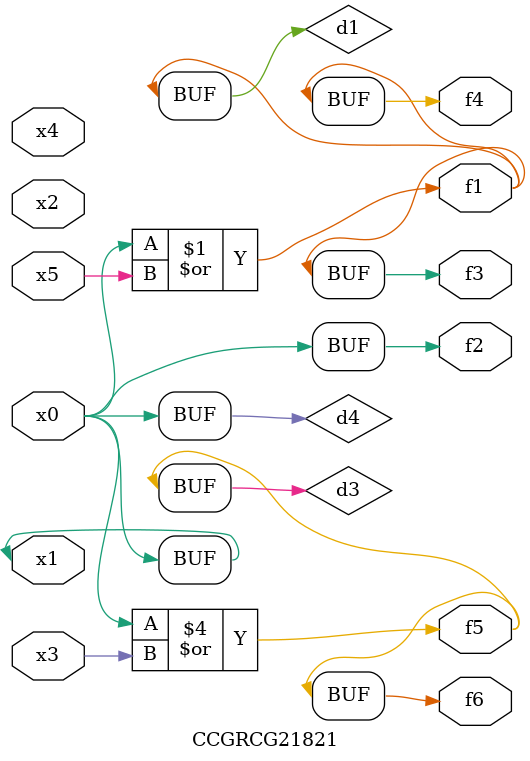
<source format=v>
module CCGRCG21821(
	input x0, x1, x2, x3, x4, x5,
	output f1, f2, f3, f4, f5, f6
);

	wire d1, d2, d3, d4;

	or (d1, x0, x5);
	xnor (d2, x1, x4);
	or (d3, x0, x3);
	buf (d4, x0, x1);
	assign f1 = d1;
	assign f2 = d4;
	assign f3 = d1;
	assign f4 = d1;
	assign f5 = d3;
	assign f6 = d3;
endmodule

</source>
